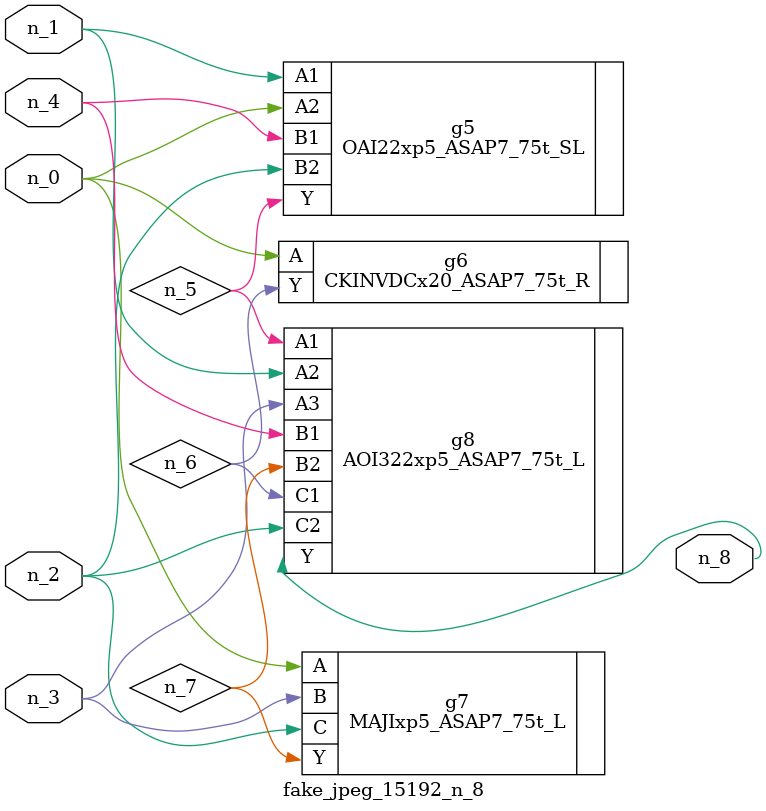
<source format=v>
module fake_jpeg_15192_n_8 (n_3, n_2, n_1, n_0, n_4, n_8);

input n_3;
input n_2;
input n_1;
input n_0;
input n_4;

output n_8;

wire n_6;
wire n_5;
wire n_7;

OAI22xp5_ASAP7_75t_SL g5 ( 
.A1(n_1),
.A2(n_0),
.B1(n_4),
.B2(n_2),
.Y(n_5)
);

CKINVDCx20_ASAP7_75t_R g6 ( 
.A(n_0),
.Y(n_6)
);

MAJIxp5_ASAP7_75t_L g7 ( 
.A(n_0),
.B(n_3),
.C(n_2),
.Y(n_7)
);

AOI322xp5_ASAP7_75t_L g8 ( 
.A1(n_5),
.A2(n_1),
.A3(n_3),
.B1(n_4),
.B2(n_7),
.C1(n_6),
.C2(n_2),
.Y(n_8)
);


endmodule
</source>
